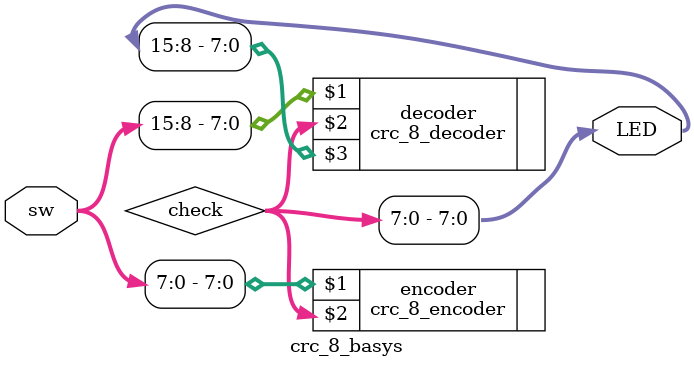
<source format=sv>
`timescale 1ns / 1ps
module crc_8_basys(
    input logic [15:0] sw,
    output logic [15:0] LED
    );
    
    logic [7:0] check;
    
    // encoder(in data, out checksum)
    crc_8_encoder encoder(sw[7:0], check[7:0]);
    
    assign LED[7:0] = check[7:0];
    
    // decoder(in data, in checksum, out result)
    crc_8_decoder decoder(sw[15:8], check[7:0], LED[15:8]);
    
//      assign LED[15:0] = sw[15:0];
    
endmodule

</source>
